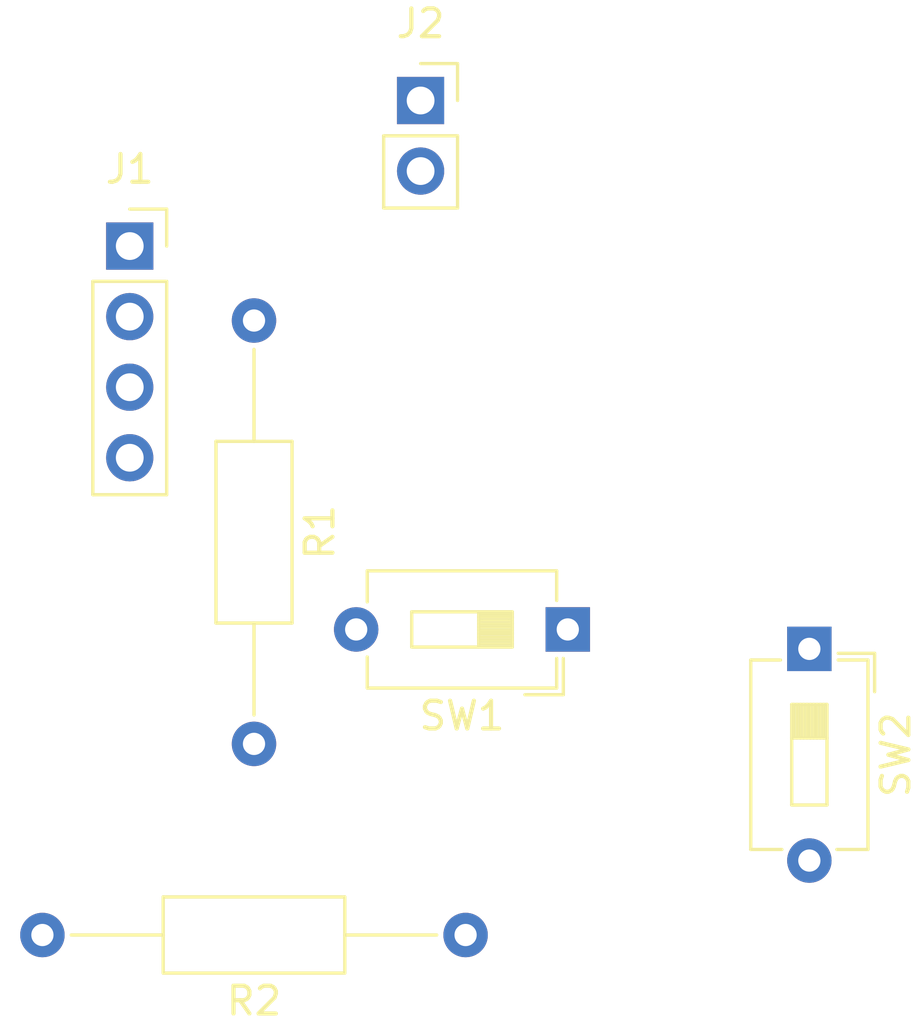
<source format=kicad_pcb>
(kicad_pcb (version 20240108) (generator "pcbnew") (generator_version "8.0")
  (layers (0 "F.Cu" signal) (31 "B.Cu" signal) (34 "B.Paste" user) (35 "F.Paste" user) (36 "B.SilkS" user "B.Silkscreen") (37 "F.SilkS" user "F.Silkscreen") (38 "B.Mask" user) (39 "F.Mask" user) (44 "Edge.Cuts" user))
  (net 0 "")
  (net 1 "Net-(J1-Pin_3)")
  (net 2 "Net-(J1-Pin_4)")
  (net 3 "/5V")
  (net 4 "/GND")
  (net 5 "/LEDR")
  (net 6 "/LEDB")
  (footprint "Connector_PinSocket_2.54mm:PinSocket_1x02_P2.54mm_Vertical" (layer "F.Cu") (at 34.5 18.96)
    (property "Reference" "J2" (at 0 -2.77 0) (layer "F.SilkS"))
    (property "Value" "Conn_01x02")
    (fp_line (start -1.33 1.27) (end -1.33 3.87) (stroke (width 0.12)) (layer "F.SilkS"))
    (fp_line (start -1.33 1.27) (end 1.33 1.27) (stroke (width 0.12)) (layer "F.SilkS"))
    (fp_line (start -1.33 3.87) (end 1.33 3.87) (stroke (width 0.12)) (layer "F.SilkS"))
    (fp_line (start 0 -1.33) (end 1.33 -1.33) (stroke (width 0.12)) (layer "F.SilkS"))
    (fp_line (start 1.33 -1.33) (end 1.33 0) (stroke (width 0.12)) (layer "F.SilkS"))
    (fp_line (start 1.33 1.27) (end 1.33 3.87) (stroke (width 0.12)) (layer "F.SilkS"))
    (pad "1" thru_hole rect (at 0 0) (size 1.7 1.7) (drill 1) (layers "*.Cu" "*.Mask") (net 3 "/5V"))
    (pad "2" thru_hole oval (at 0 2.54) (size 1.7 1.7) (drill 1) (layers "*.Cu" "*.Mask") (net 4 "/GND"))
  )
  (footprint "Resistor_THT:R_Axial_DIN0207_L6.3mm_D2.5mm_P15.24mm_Horizontal" (layer "F.Cu") (at 28.5 26.88 -90)
    (property "Reference" "R1" (at 7.62 -2.37 90) (layer "F.SilkS"))
    (property "Value" "330")
    (fp_line (start 4.35 1.37) (end 10.89 1.37) (stroke (width 0.12)) (layer "F.SilkS"))
    (fp_line (start 10.89 1.37) (end 10.89 -1.37) (stroke (width 0.12)) (layer "F.SilkS"))
    (fp_line (start 1.04 0) (end 4.35 0) (stroke (width 0.12)) (layer "F.SilkS"))
    (fp_line (start 14.2 0) (end 10.89 0) (stroke (width 0.12)) (layer "F.SilkS"))
    (fp_line (start 4.35 -1.37) (end 4.35 1.37) (stroke (width 0.12)) (layer "F.SilkS"))
    (fp_line (start 10.89 -1.37) (end 4.35 -1.37) (stroke (width 0.12)) (layer "F.SilkS"))
    (pad "1" thru_hole circle (at 0 0 270) (size 1.6 1.6) (drill 0.8) (layers "*.Cu" "*.Mask") (net 1 "Net-(J1-Pin_3)"))
    (pad "2" thru_hole oval (at 15.24 0 270) (size 1.6 1.6) (drill 0.8) (layers "*.Cu" "*.Mask") (net 5 "/LEDR"))
  )
  (footprint "Connector_PinSocket_2.54mm:PinSocket_1x04_P2.54mm_Vertical" (layer "F.Cu") (at 24.025 24.2)
    (property "Reference" "J1" (at 0 -2.77 0) (layer "F.SilkS"))
    (property "Value" "Conn_01x04")
    (fp_line (start -1.33 1.27) (end -1.33 8.95) (stroke (width 0.12)) (layer "F.SilkS"))
    (fp_line (start -1.33 1.27) (end 1.33 1.27) (stroke (width 0.12)) (layer "F.SilkS"))
    (fp_line (start -1.33 8.95) (end 1.33 8.95) (stroke (width 0.12)) (layer "F.SilkS"))
    (fp_line (start 0 -1.33) (end 1.33 -1.33) (stroke (width 0.12)) (layer "F.SilkS"))
    (fp_line (start 1.33 -1.33) (end 1.33 0) (stroke (width 0.12)) (layer "F.SilkS"))
    (fp_line (start 1.33 1.27) (end 1.33 8.95) (stroke (width 0.12)) (layer "F.SilkS"))
    (pad "1" thru_hole rect (at 0 0) (size 1.7 1.7) (drill 1) (layers "*.Cu" "*.Mask") (net 3 "/5V"))
    (pad "2" thru_hole oval (at 0 2.54) (size 1.7 1.7) (drill 1) (layers "*.Cu" "*.Mask") (net 4 "/GND"))
    (pad "3" thru_hole oval (at 0 5.08) (size 1.7 1.7) (drill 1) (layers "*.Cu" "*.Mask") (net 1 "Net-(J1-Pin_3)"))
    (pad "4" thru_hole oval (at 0 7.62) (size 1.7 1.7) (drill 1) (layers "*.Cu" "*.Mask") (net 2 "Net-(J1-Pin_4)"))
  )
  (footprint "Button_Switch_THT:SW_DIP_SPSTx01_Slide_6.7x4.1mm_W7.62mm_P2.54mm_LowProfile" (layer "F.Cu") (at 39.8 38 180)
    (property "Reference" "SW1" (at 3.81 -3.11 360) (layer "F.SilkS"))
    (property "Value" "SW_SPST")
    (fp_line (start 7.221 0.99) (end 7.221 2.11) (stroke (width 0.12)) (layer "F.SilkS"))
    (fp_line (start 7.221 -2.11) (end 7.221 -0.99) (stroke (width 0.12)) (layer "F.SilkS"))
    (fp_line (start 5.62 0.635) (end 5.62 -0.635) (stroke (width 0.12)) (layer "F.SilkS"))
    (fp_line (start 5.62 -0.635) (end 2 -0.635) (stroke (width 0.12)) (layer "F.SilkS"))
    (fp_line (start 3.206667 -0.635) (end 3.206667 0.635) (stroke (width 0.12)) (layer "F.SilkS"))
    (fp_line (start 2 0.635) (end 5.62 0.635) (stroke (width 0.12)) (layer "F.SilkS"))
    (fp_line (start 2 0.565) (end 3.206667 0.565) (stroke (width 0.12)) (layer "F.SilkS"))
    (fp_line (start 2 0.445) (end 3.206667 0.445) (stroke (width 0.12)) (layer "F.SilkS"))
    (fp_line (start 2 0.325) (end 3.206667 0.325) (stroke (width 0.12)) (layer "F.SilkS"))
    (fp_line (start 2 0.205) (end 3.206667 0.205) (stroke (width 0.12)) (layer "F.SilkS"))
    (fp_line (start 2 0.085) (end 3.206667 0.085) (stroke (width 0.12)) (layer "F.SilkS"))
    (fp_line (start 2 -0.035) (end 3.206667 -0.035) (stroke (width 0.12)) (layer "F.SilkS"))
    (fp_line (start 2 -0.155) (end 3.206667 -0.155) (stroke (width 0.12)) (layer "F.SilkS"))
    (fp_line (start 2 -0.275) (end 3.206667 -0.275) (stroke (width 0.12)) (layer "F.SilkS"))
    (fp_line (start 2 -0.395) (end 3.206667 -0.395) (stroke (width 0.12)) (layer "F.SilkS"))
    (fp_line (start 2 -0.515) (end 3.206667 -0.515) (stroke (width 0.12)) (layer "F.SilkS"))
    (fp_line (start 2 -0.635) (end 2 0.635) (stroke (width 0.12)) (layer "F.SilkS"))
    (fp_line (start 0.4 2.11) (end 7.221 2.11) (stroke (width 0.12)) (layer "F.SilkS"))
    (fp_line (start 0.4 1.04) (end 0.4 2.11) (stroke (width 0.12)) (layer "F.SilkS"))
    (fp_line (start 0.4 -2.11) (end 7.221 -2.11) (stroke (width 0.12)) (layer "F.SilkS"))
    (fp_line (start 0.4 -2.11) (end 0.4 -1.04) (stroke (width 0.12)) (layer "F.SilkS"))
    (fp_line (start 0.16 -2.35) (end 1.543 -2.35) (stroke (width 0.12)) (layer "F.SilkS"))
    (fp_line (start 0.16 -2.35) (end 0.16 -1.04) (stroke (width 0.12)) (layer "F.SilkS"))
    (pad "1" thru_hole rect (at 0 0 180) (size 1.6 1.6) (drill 0.8) (layers "*.Cu" "*.Mask") (net 4 "/GND"))
    (pad "2" thru_hole oval (at 7.62 0 180) (size 1.6 1.6) (drill 0.8) (layers "*.Cu" "*.Mask") (net 5 "/LEDR"))
  )
  (footprint "Resistor_THT:R_Axial_DIN0207_L6.3mm_D2.5mm_P15.24mm_Horizontal" (layer "F.Cu") (at 36.12 49 180)
    (property "Reference" "R2" (at 7.62 -2.37 360) (layer "F.SilkS"))
    (property "Value" "330")
    (fp_line (start 14.2 0) (end 10.89 0) (stroke (width 0.12)) (layer "F.SilkS"))
    (fp_line (start 10.89 1.37) (end 10.89 -1.37) (stroke (width 0.12)) (layer "F.SilkS"))
    (fp_line (start 10.89 -1.37) (end 4.35 -1.37) (stroke (width 0.12)) (layer "F.SilkS"))
    (fp_line (start 4.35 1.37) (end 10.89 1.37) (stroke (width 0.12)) (layer "F.SilkS"))
    (fp_line (start 4.35 -1.37) (end 4.35 1.37) (stroke (width 0.12)) (layer "F.SilkS"))
    (fp_line (start 1.04 0) (end 4.35 0) (stroke (width 0.12)) (layer "F.SilkS"))
    (pad "1" thru_hole circle (at 0 0 180) (size 1.6 1.6) (drill 0.8) (layers "*.Cu" "*.Mask") (net 6 "/LEDB"))
    (pad "2" thru_hole oval (at 15.24 0 180) (size 1.6 1.6) (drill 0.8) (layers "*.Cu" "*.Mask") (net 2 "Net-(J1-Pin_4)"))
  )
  (footprint "Button_Switch_THT:SW_DIP_SPSTx01_Slide_6.7x4.1mm_W7.62mm_P2.54mm_LowProfile" (layer "F.Cu") (at 48.5 38.7 -90)
    (property "Reference" "SW2" (at 3.81 -3.11 90) (layer "F.SilkS"))
    (property "Value" "SW_SPST")
    (fp_line (start 0.4 2.11) (end 7.221 2.11) (stroke (width 0.12)) (layer "F.SilkS"))
    (fp_line (start 0.4 1.04) (end 0.4 2.11) (stroke (width 0.12)) (layer "F.SilkS"))
    (fp_line (start 7.221 0.99) (end 7.221 2.11) (stroke (width 0.12)) (layer "F.SilkS"))
    (fp_line (start 2 0.635) (end 5.62 0.635) (stroke (width 0.12)) (layer "F.SilkS"))
    (fp_line (start 5.62 0.635) (end 5.62 -0.635) (stroke (width 0.12)) (layer "F.SilkS"))
    (fp_line (start 2 0.565) (end 3.206667 0.565) (stroke (width 0.12)) (layer "F.SilkS"))
    (fp_line (start 2 0.445) (end 3.206667 0.445) (stroke (width 0.12)) (layer "F.SilkS"))
    (fp_line (start 2 0.325) (end 3.206667 0.325) (stroke (width 0.12)) (layer "F.SilkS"))
    (fp_line (start 2 0.205) (end 3.206667 0.205) (stroke (width 0.12)) (layer "F.SilkS"))
    (fp_line (start 2 0.085) (end 3.206667 0.085) (stroke (width 0.12)) (layer "F.SilkS"))
    (fp_line (start 2 -0.035) (end 3.206667 -0.035) (stroke (width 0.12)) (layer "F.SilkS"))
    (fp_line (start 2 -0.155) (end 3.206667 -0.155) (stroke (width 0.12)) (layer "F.SilkS"))
    (fp_line (start 2 -0.275) (end 3.206667 -0.275) (stroke (width 0.12)) (layer "F.SilkS"))
    (fp_line (start 2 -0.395) (end 3.206667 -0.395) (stroke (width 0.12)) (layer "F.SilkS"))
    (fp_line (start 2 -0.515) (end 3.206667 -0.515) (stroke (width 0.12)) (layer "F.SilkS"))
    (fp_line (start 2 -0.635) (end 2 0.635) (stroke (width 0.12)) (layer "F.SilkS"))
    (fp_line (start 3.206667 -0.635) (end 3.206667 0.635) (stroke (width 0.12)) (layer "F.SilkS"))
    (fp_line (start 5.62 -0.635) (end 2 -0.635) (stroke (width 0.12)) (layer "F.SilkS"))
    (fp_line (start 0.4 -2.11) (end 0.4 -1.04) (stroke (width 0.12)) (layer "F.SilkS"))
    (fp_line (start 0.4 -2.11) (end 7.221 -2.11) (stroke (width 0.12)) (layer "F.SilkS"))
    (fp_line (start 7.221 -2.11) (end 7.221 -0.99) (stroke (width 0.12)) (layer "F.SilkS"))
    (fp_line (start 0.16 -2.35) (end 0.16 -1.04) (stroke (width 0.12)) (layer "F.SilkS"))
    (fp_line (start 0.16 -2.35) (end 1.543 -2.35) (stroke (width 0.12)) (layer "F.SilkS"))
    (pad "1" thru_hole rect (at 0 0 270) (size 1.6 1.6) (drill 0.8) (layers "*.Cu" "*.Mask") (net 4 "/GND"))
    (pad "2" thru_hole oval (at 7.62 0 270) (size 1.6 1.6) (drill 0.8) (layers "*.Cu" "*.Mask") (net 6 "/LEDB"))
  )
)
</source>
